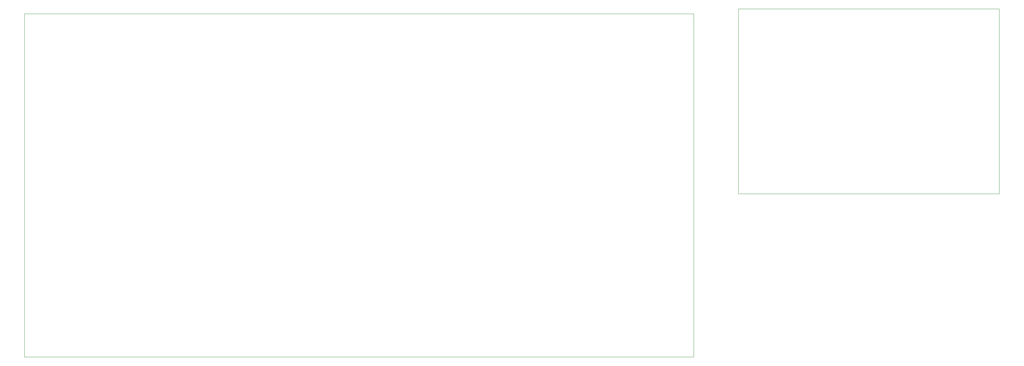
<source format=gbr>
%TF.GenerationSoftware,KiCad,Pcbnew,6.0.2-378541a8eb~116~ubuntu21.10.1*%
%TF.CreationDate,2022-02-16T18:13:43+01:00*%
%TF.ProjectId,register_file_kicad,72656769-7374-4657-925f-66696c655f6b,Rev v0.4*%
%TF.SameCoordinates,Original*%
%TF.FileFunction,Profile,NP*%
%FSLAX46Y46*%
G04 Gerber Fmt 4.6, Leading zero omitted, Abs format (unit mm)*
G04 Created by KiCad (PCBNEW 6.0.2-378541a8eb~116~ubuntu21.10.1) date 2022-02-16 18:13:43*
%MOMM*%
%LPD*%
G01*
G04 APERTURE LIST*
%TA.AperFunction,Profile*%
%ADD10C,0.200000*%
%TD*%
G04 APERTURE END LIST*
D10*
X399845000Y-128379000D02*
X535108000Y-128379000D01*
X535108000Y-128379000D02*
X535108000Y-32430000D01*
X535108000Y-32430000D02*
X399845000Y-32430000D01*
X399845000Y-32430000D02*
X399845000Y-128379000D01*
X29746000Y-35000000D02*
X376710000Y-35000000D01*
X376710000Y-35000000D02*
X376710000Y-213070000D01*
X376710000Y-213070000D02*
X29746000Y-213070000D01*
X29746000Y-213070000D02*
X29746000Y-35000000D01*
M02*

</source>
